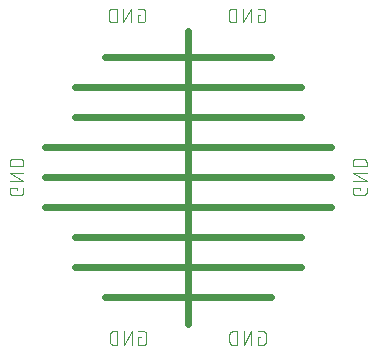
<source format=gbr>
G04 EAGLE Gerber RS-274X export*
G75*
%MOMM*%
%FSLAX34Y34*%
%LPD*%
%INSilkscreen Bottom*%
%IPPOS*%
%AMOC8*
5,1,8,0,0,1.08239X$1,22.5*%
G01*
%ADD10C,0.101600*%
%ADD11C,0.609600*%


D10*
X407088Y483471D02*
X405140Y483471D01*
X405140Y476980D01*
X409035Y476980D01*
X409134Y476982D01*
X409234Y476988D01*
X409333Y476997D01*
X409431Y477010D01*
X409529Y477027D01*
X409627Y477048D01*
X409723Y477073D01*
X409818Y477101D01*
X409912Y477133D01*
X410005Y477168D01*
X410097Y477207D01*
X410187Y477250D01*
X410275Y477295D01*
X410362Y477345D01*
X410446Y477397D01*
X410529Y477453D01*
X410609Y477511D01*
X410687Y477573D01*
X410762Y477638D01*
X410835Y477706D01*
X410905Y477776D01*
X410973Y477849D01*
X411038Y477924D01*
X411100Y478002D01*
X411158Y478082D01*
X411214Y478165D01*
X411266Y478249D01*
X411316Y478336D01*
X411361Y478424D01*
X411404Y478514D01*
X411443Y478606D01*
X411478Y478699D01*
X411510Y478793D01*
X411538Y478888D01*
X411563Y478984D01*
X411584Y479082D01*
X411601Y479180D01*
X411614Y479278D01*
X411623Y479377D01*
X411629Y479477D01*
X411631Y479576D01*
X411632Y479576D02*
X411632Y486068D01*
X411631Y486068D02*
X411629Y486167D01*
X411623Y486267D01*
X411614Y486366D01*
X411601Y486464D01*
X411584Y486562D01*
X411563Y486660D01*
X411538Y486756D01*
X411510Y486851D01*
X411478Y486945D01*
X411443Y487038D01*
X411404Y487130D01*
X411361Y487220D01*
X411316Y487308D01*
X411266Y487395D01*
X411214Y487479D01*
X411158Y487562D01*
X411100Y487642D01*
X411038Y487720D01*
X410973Y487795D01*
X410905Y487868D01*
X410835Y487938D01*
X410762Y488006D01*
X410687Y488071D01*
X410609Y488133D01*
X410529Y488191D01*
X410446Y488247D01*
X410362Y488299D01*
X410275Y488349D01*
X410187Y488394D01*
X410097Y488437D01*
X410005Y488476D01*
X409912Y488511D01*
X409818Y488543D01*
X409723Y488571D01*
X409627Y488596D01*
X409529Y488617D01*
X409431Y488634D01*
X409333Y488647D01*
X409234Y488656D01*
X409134Y488662D01*
X409035Y488664D01*
X405140Y488664D01*
X399440Y488664D02*
X399440Y476980D01*
X392948Y476980D02*
X399440Y488664D01*
X392948Y488664D02*
X392948Y476980D01*
X387248Y476980D02*
X387248Y488664D01*
X384002Y488664D01*
X383889Y488662D01*
X383776Y488656D01*
X383663Y488646D01*
X383550Y488632D01*
X383438Y488615D01*
X383327Y488593D01*
X383217Y488568D01*
X383107Y488538D01*
X382999Y488505D01*
X382892Y488468D01*
X382786Y488428D01*
X382682Y488383D01*
X382579Y488335D01*
X382478Y488284D01*
X382379Y488229D01*
X382282Y488171D01*
X382187Y488109D01*
X382094Y488044D01*
X382004Y487976D01*
X381916Y487905D01*
X381830Y487830D01*
X381747Y487753D01*
X381667Y487673D01*
X381590Y487590D01*
X381515Y487504D01*
X381444Y487416D01*
X381376Y487326D01*
X381311Y487233D01*
X381249Y487138D01*
X381191Y487041D01*
X381136Y486942D01*
X381085Y486841D01*
X381037Y486738D01*
X380992Y486634D01*
X380952Y486528D01*
X380915Y486421D01*
X380882Y486313D01*
X380852Y486203D01*
X380827Y486093D01*
X380805Y485982D01*
X380788Y485870D01*
X380774Y485757D01*
X380764Y485644D01*
X380758Y485531D01*
X380756Y485418D01*
X380756Y480226D01*
X380758Y480113D01*
X380764Y480000D01*
X380774Y479887D01*
X380788Y479774D01*
X380805Y479662D01*
X380827Y479551D01*
X380852Y479441D01*
X380882Y479331D01*
X380915Y479223D01*
X380952Y479116D01*
X380992Y479010D01*
X381037Y478906D01*
X381085Y478803D01*
X381136Y478702D01*
X381191Y478603D01*
X381249Y478506D01*
X381311Y478411D01*
X381376Y478318D01*
X381444Y478228D01*
X381515Y478140D01*
X381590Y478054D01*
X381667Y477971D01*
X381747Y477891D01*
X381830Y477814D01*
X381916Y477739D01*
X382004Y477668D01*
X382094Y477600D01*
X382187Y477535D01*
X382282Y477473D01*
X382379Y477415D01*
X382478Y477360D01*
X382579Y477309D01*
X382682Y477261D01*
X382786Y477216D01*
X382892Y477176D01*
X382999Y477139D01*
X383107Y477106D01*
X383217Y477076D01*
X383327Y477051D01*
X383438Y477029D01*
X383550Y477012D01*
X383663Y476998D01*
X383776Y476988D01*
X383889Y476982D01*
X384002Y476980D01*
X387248Y476980D01*
X405648Y210451D02*
X407596Y210451D01*
X405648Y210451D02*
X405648Y203960D01*
X409543Y203960D01*
X409642Y203962D01*
X409742Y203968D01*
X409841Y203977D01*
X409939Y203990D01*
X410037Y204007D01*
X410135Y204028D01*
X410231Y204053D01*
X410326Y204081D01*
X410420Y204113D01*
X410513Y204148D01*
X410605Y204187D01*
X410695Y204230D01*
X410783Y204275D01*
X410870Y204325D01*
X410954Y204377D01*
X411037Y204433D01*
X411117Y204491D01*
X411195Y204553D01*
X411270Y204618D01*
X411343Y204686D01*
X411413Y204756D01*
X411481Y204829D01*
X411546Y204904D01*
X411608Y204982D01*
X411666Y205062D01*
X411722Y205145D01*
X411774Y205229D01*
X411824Y205316D01*
X411869Y205404D01*
X411912Y205494D01*
X411951Y205586D01*
X411986Y205679D01*
X412018Y205773D01*
X412046Y205868D01*
X412071Y205964D01*
X412092Y206062D01*
X412109Y206160D01*
X412122Y206258D01*
X412131Y206357D01*
X412137Y206457D01*
X412139Y206556D01*
X412140Y206556D02*
X412140Y213048D01*
X412139Y213048D02*
X412137Y213147D01*
X412131Y213247D01*
X412122Y213346D01*
X412109Y213444D01*
X412092Y213542D01*
X412071Y213640D01*
X412046Y213736D01*
X412018Y213831D01*
X411986Y213925D01*
X411951Y214018D01*
X411912Y214110D01*
X411869Y214200D01*
X411824Y214288D01*
X411774Y214375D01*
X411722Y214459D01*
X411666Y214542D01*
X411608Y214622D01*
X411546Y214700D01*
X411481Y214775D01*
X411413Y214848D01*
X411343Y214918D01*
X411270Y214986D01*
X411195Y215051D01*
X411117Y215113D01*
X411037Y215171D01*
X410954Y215227D01*
X410870Y215279D01*
X410783Y215329D01*
X410695Y215374D01*
X410605Y215417D01*
X410513Y215456D01*
X410420Y215491D01*
X410326Y215523D01*
X410231Y215551D01*
X410135Y215576D01*
X410037Y215597D01*
X409939Y215614D01*
X409841Y215627D01*
X409742Y215636D01*
X409642Y215642D01*
X409543Y215644D01*
X405648Y215644D01*
X399948Y215644D02*
X399948Y203960D01*
X393456Y203960D02*
X399948Y215644D01*
X393456Y215644D02*
X393456Y203960D01*
X387756Y203960D02*
X387756Y215644D01*
X384510Y215644D01*
X384397Y215642D01*
X384284Y215636D01*
X384171Y215626D01*
X384058Y215612D01*
X383946Y215595D01*
X383835Y215573D01*
X383725Y215548D01*
X383615Y215518D01*
X383507Y215485D01*
X383400Y215448D01*
X383294Y215408D01*
X383190Y215363D01*
X383087Y215315D01*
X382986Y215264D01*
X382887Y215209D01*
X382790Y215151D01*
X382695Y215089D01*
X382602Y215024D01*
X382512Y214956D01*
X382424Y214885D01*
X382338Y214810D01*
X382255Y214733D01*
X382175Y214653D01*
X382098Y214570D01*
X382023Y214484D01*
X381952Y214396D01*
X381884Y214306D01*
X381819Y214213D01*
X381757Y214118D01*
X381699Y214021D01*
X381644Y213922D01*
X381593Y213821D01*
X381545Y213718D01*
X381500Y213614D01*
X381460Y213508D01*
X381423Y213401D01*
X381390Y213293D01*
X381360Y213183D01*
X381335Y213073D01*
X381313Y212962D01*
X381296Y212850D01*
X381282Y212737D01*
X381272Y212624D01*
X381266Y212511D01*
X381264Y212398D01*
X381264Y207206D01*
X381266Y207093D01*
X381272Y206980D01*
X381282Y206867D01*
X381296Y206754D01*
X381313Y206642D01*
X381335Y206531D01*
X381360Y206421D01*
X381390Y206311D01*
X381423Y206203D01*
X381460Y206096D01*
X381500Y205990D01*
X381545Y205886D01*
X381593Y205783D01*
X381644Y205682D01*
X381699Y205583D01*
X381757Y205486D01*
X381819Y205391D01*
X381884Y205298D01*
X381952Y205208D01*
X382023Y205120D01*
X382098Y205034D01*
X382175Y204951D01*
X382255Y204871D01*
X382338Y204794D01*
X382424Y204719D01*
X382512Y204648D01*
X382602Y204580D01*
X382695Y204515D01*
X382790Y204453D01*
X382887Y204395D01*
X382986Y204340D01*
X383087Y204289D01*
X383190Y204241D01*
X383294Y204196D01*
X383400Y204156D01*
X383507Y204119D01*
X383615Y204086D01*
X383725Y204056D01*
X383835Y204031D01*
X383946Y204009D01*
X384058Y203992D01*
X384171Y203978D01*
X384284Y203968D01*
X384397Y203962D01*
X384510Y203960D01*
X387756Y203960D01*
X201649Y335306D02*
X201649Y337254D01*
X195158Y337254D01*
X195158Y333359D01*
X195160Y333260D01*
X195166Y333160D01*
X195175Y333061D01*
X195188Y332963D01*
X195205Y332865D01*
X195226Y332767D01*
X195251Y332671D01*
X195279Y332576D01*
X195311Y332482D01*
X195346Y332389D01*
X195385Y332297D01*
X195428Y332207D01*
X195473Y332119D01*
X195523Y332032D01*
X195575Y331948D01*
X195631Y331865D01*
X195689Y331785D01*
X195751Y331707D01*
X195816Y331632D01*
X195884Y331559D01*
X195954Y331489D01*
X196027Y331421D01*
X196102Y331356D01*
X196180Y331294D01*
X196260Y331236D01*
X196343Y331180D01*
X196427Y331128D01*
X196514Y331078D01*
X196602Y331033D01*
X196692Y330990D01*
X196784Y330951D01*
X196877Y330916D01*
X196971Y330884D01*
X197066Y330856D01*
X197162Y330831D01*
X197260Y330810D01*
X197358Y330793D01*
X197456Y330780D01*
X197555Y330771D01*
X197655Y330765D01*
X197754Y330763D01*
X204246Y330763D01*
X204345Y330765D01*
X204445Y330771D01*
X204544Y330780D01*
X204642Y330793D01*
X204740Y330810D01*
X204838Y330831D01*
X204934Y330856D01*
X205029Y330884D01*
X205123Y330916D01*
X205216Y330951D01*
X205308Y330990D01*
X205398Y331033D01*
X205486Y331078D01*
X205573Y331128D01*
X205657Y331180D01*
X205740Y331236D01*
X205820Y331294D01*
X205898Y331356D01*
X205973Y331421D01*
X206046Y331489D01*
X206116Y331559D01*
X206184Y331632D01*
X206249Y331707D01*
X206311Y331785D01*
X206369Y331865D01*
X206425Y331948D01*
X206477Y332032D01*
X206527Y332119D01*
X206572Y332207D01*
X206615Y332297D01*
X206654Y332389D01*
X206689Y332481D01*
X206721Y332576D01*
X206749Y332671D01*
X206774Y332767D01*
X206795Y332865D01*
X206812Y332963D01*
X206825Y333061D01*
X206834Y333160D01*
X206840Y333260D01*
X206842Y333359D01*
X206842Y337254D01*
X206842Y342954D02*
X195158Y342954D01*
X195158Y349446D02*
X206842Y342954D01*
X206842Y349446D02*
X195158Y349446D01*
X195158Y355146D02*
X206842Y355146D01*
X206842Y358392D01*
X206840Y358505D01*
X206834Y358618D01*
X206824Y358731D01*
X206810Y358844D01*
X206793Y358956D01*
X206771Y359067D01*
X206746Y359177D01*
X206716Y359287D01*
X206683Y359395D01*
X206646Y359502D01*
X206606Y359608D01*
X206561Y359712D01*
X206513Y359815D01*
X206462Y359916D01*
X206407Y360015D01*
X206349Y360112D01*
X206287Y360207D01*
X206222Y360300D01*
X206154Y360390D01*
X206083Y360478D01*
X206008Y360564D01*
X205931Y360647D01*
X205851Y360727D01*
X205768Y360804D01*
X205682Y360879D01*
X205594Y360950D01*
X205504Y361018D01*
X205411Y361083D01*
X205316Y361145D01*
X205219Y361203D01*
X205120Y361258D01*
X205019Y361309D01*
X204916Y361357D01*
X204812Y361402D01*
X204706Y361442D01*
X204599Y361479D01*
X204491Y361512D01*
X204381Y361542D01*
X204271Y361567D01*
X204160Y361589D01*
X204048Y361606D01*
X203935Y361620D01*
X203822Y361630D01*
X203709Y361636D01*
X203596Y361638D01*
X198404Y361638D01*
X198291Y361636D01*
X198178Y361630D01*
X198065Y361620D01*
X197952Y361606D01*
X197840Y361589D01*
X197729Y361567D01*
X197619Y361542D01*
X197509Y361512D01*
X197401Y361479D01*
X197294Y361442D01*
X197188Y361402D01*
X197084Y361357D01*
X196981Y361309D01*
X196880Y361258D01*
X196781Y361203D01*
X196684Y361145D01*
X196589Y361083D01*
X196496Y361018D01*
X196406Y360950D01*
X196318Y360879D01*
X196232Y360804D01*
X196149Y360727D01*
X196069Y360647D01*
X195992Y360564D01*
X195917Y360478D01*
X195846Y360390D01*
X195778Y360300D01*
X195713Y360207D01*
X195651Y360112D01*
X195593Y360015D01*
X195538Y359916D01*
X195487Y359815D01*
X195439Y359712D01*
X195394Y359608D01*
X195354Y359502D01*
X195317Y359395D01*
X195284Y359287D01*
X195254Y359177D01*
X195229Y359067D01*
X195207Y358956D01*
X195190Y358844D01*
X195176Y358731D01*
X195166Y358618D01*
X195160Y358505D01*
X195158Y358392D01*
X195158Y355146D01*
X303628Y483471D02*
X305576Y483471D01*
X303628Y483471D02*
X303628Y476980D01*
X307523Y476980D01*
X307622Y476982D01*
X307722Y476988D01*
X307821Y476997D01*
X307919Y477010D01*
X308017Y477027D01*
X308115Y477048D01*
X308211Y477073D01*
X308306Y477101D01*
X308400Y477133D01*
X308493Y477168D01*
X308585Y477207D01*
X308675Y477250D01*
X308763Y477295D01*
X308850Y477345D01*
X308934Y477397D01*
X309017Y477453D01*
X309097Y477511D01*
X309175Y477573D01*
X309250Y477638D01*
X309323Y477706D01*
X309393Y477776D01*
X309461Y477849D01*
X309526Y477924D01*
X309588Y478002D01*
X309646Y478082D01*
X309702Y478165D01*
X309754Y478249D01*
X309804Y478336D01*
X309849Y478424D01*
X309892Y478514D01*
X309931Y478606D01*
X309966Y478699D01*
X309998Y478793D01*
X310026Y478888D01*
X310051Y478984D01*
X310072Y479082D01*
X310089Y479180D01*
X310102Y479278D01*
X310111Y479377D01*
X310117Y479477D01*
X310119Y479576D01*
X310120Y479576D02*
X310120Y486068D01*
X310119Y486068D02*
X310117Y486167D01*
X310111Y486267D01*
X310102Y486366D01*
X310089Y486464D01*
X310072Y486562D01*
X310051Y486660D01*
X310026Y486756D01*
X309998Y486851D01*
X309966Y486945D01*
X309931Y487038D01*
X309892Y487130D01*
X309849Y487220D01*
X309804Y487308D01*
X309754Y487395D01*
X309702Y487479D01*
X309646Y487562D01*
X309588Y487642D01*
X309526Y487720D01*
X309461Y487795D01*
X309393Y487868D01*
X309323Y487938D01*
X309250Y488006D01*
X309175Y488071D01*
X309097Y488133D01*
X309017Y488191D01*
X308934Y488247D01*
X308850Y488299D01*
X308763Y488349D01*
X308675Y488394D01*
X308585Y488437D01*
X308493Y488476D01*
X308400Y488511D01*
X308306Y488543D01*
X308211Y488571D01*
X308115Y488596D01*
X308017Y488617D01*
X307919Y488634D01*
X307821Y488647D01*
X307722Y488656D01*
X307622Y488662D01*
X307523Y488664D01*
X303628Y488664D01*
X297928Y488664D02*
X297928Y476980D01*
X291436Y476980D02*
X297928Y488664D01*
X291436Y488664D02*
X291436Y476980D01*
X285736Y476980D02*
X285736Y488664D01*
X282490Y488664D01*
X282377Y488662D01*
X282264Y488656D01*
X282151Y488646D01*
X282038Y488632D01*
X281926Y488615D01*
X281815Y488593D01*
X281705Y488568D01*
X281595Y488538D01*
X281487Y488505D01*
X281380Y488468D01*
X281274Y488428D01*
X281170Y488383D01*
X281067Y488335D01*
X280966Y488284D01*
X280867Y488229D01*
X280770Y488171D01*
X280675Y488109D01*
X280582Y488044D01*
X280492Y487976D01*
X280404Y487905D01*
X280318Y487830D01*
X280235Y487753D01*
X280155Y487673D01*
X280078Y487590D01*
X280003Y487504D01*
X279932Y487416D01*
X279864Y487326D01*
X279799Y487233D01*
X279737Y487138D01*
X279679Y487041D01*
X279624Y486942D01*
X279573Y486841D01*
X279525Y486738D01*
X279480Y486634D01*
X279440Y486528D01*
X279403Y486421D01*
X279370Y486313D01*
X279340Y486203D01*
X279315Y486093D01*
X279293Y485982D01*
X279276Y485870D01*
X279262Y485757D01*
X279252Y485644D01*
X279246Y485531D01*
X279244Y485418D01*
X279244Y480226D01*
X279246Y480113D01*
X279252Y480000D01*
X279262Y479887D01*
X279276Y479774D01*
X279293Y479662D01*
X279315Y479551D01*
X279340Y479441D01*
X279370Y479331D01*
X279403Y479223D01*
X279440Y479116D01*
X279480Y479010D01*
X279525Y478906D01*
X279573Y478803D01*
X279624Y478702D01*
X279679Y478603D01*
X279737Y478506D01*
X279799Y478411D01*
X279864Y478318D01*
X279932Y478228D01*
X280003Y478140D01*
X280078Y478054D01*
X280155Y477971D01*
X280235Y477891D01*
X280318Y477814D01*
X280404Y477739D01*
X280492Y477668D01*
X280582Y477600D01*
X280675Y477535D01*
X280770Y477473D01*
X280867Y477415D01*
X280966Y477360D01*
X281067Y477309D01*
X281170Y477261D01*
X281274Y477216D01*
X281380Y477176D01*
X281487Y477139D01*
X281595Y477106D01*
X281705Y477076D01*
X281815Y477051D01*
X281926Y477029D01*
X282038Y477012D01*
X282151Y476998D01*
X282264Y476988D01*
X282377Y476982D01*
X282490Y476980D01*
X285736Y476980D01*
X304302Y210451D02*
X306250Y210451D01*
X304302Y210451D02*
X304302Y203960D01*
X308197Y203960D01*
X308296Y203962D01*
X308396Y203968D01*
X308495Y203977D01*
X308593Y203990D01*
X308691Y204007D01*
X308789Y204028D01*
X308885Y204053D01*
X308980Y204081D01*
X309074Y204113D01*
X309167Y204148D01*
X309259Y204187D01*
X309349Y204230D01*
X309437Y204275D01*
X309524Y204325D01*
X309608Y204377D01*
X309691Y204433D01*
X309771Y204491D01*
X309849Y204553D01*
X309924Y204618D01*
X309997Y204686D01*
X310067Y204756D01*
X310135Y204829D01*
X310200Y204904D01*
X310262Y204982D01*
X310320Y205062D01*
X310376Y205145D01*
X310428Y205229D01*
X310478Y205316D01*
X310523Y205404D01*
X310566Y205494D01*
X310605Y205586D01*
X310640Y205679D01*
X310672Y205773D01*
X310700Y205868D01*
X310725Y205964D01*
X310746Y206062D01*
X310763Y206160D01*
X310776Y206258D01*
X310785Y206357D01*
X310791Y206457D01*
X310793Y206556D01*
X310794Y206556D02*
X310794Y213048D01*
X310793Y213048D02*
X310791Y213147D01*
X310785Y213247D01*
X310776Y213346D01*
X310763Y213444D01*
X310746Y213542D01*
X310725Y213640D01*
X310700Y213736D01*
X310672Y213831D01*
X310640Y213925D01*
X310605Y214018D01*
X310566Y214110D01*
X310523Y214200D01*
X310478Y214288D01*
X310428Y214375D01*
X310376Y214459D01*
X310320Y214542D01*
X310262Y214622D01*
X310200Y214700D01*
X310135Y214775D01*
X310067Y214848D01*
X309997Y214918D01*
X309924Y214986D01*
X309849Y215051D01*
X309771Y215113D01*
X309691Y215171D01*
X309608Y215227D01*
X309524Y215279D01*
X309437Y215329D01*
X309349Y215374D01*
X309259Y215417D01*
X309167Y215456D01*
X309074Y215491D01*
X308980Y215523D01*
X308885Y215551D01*
X308789Y215576D01*
X308691Y215597D01*
X308593Y215614D01*
X308495Y215627D01*
X308396Y215636D01*
X308296Y215642D01*
X308197Y215644D01*
X304302Y215644D01*
X298602Y215644D02*
X298602Y203960D01*
X292110Y203960D02*
X298602Y215644D01*
X292110Y215644D02*
X292110Y203960D01*
X286410Y203960D02*
X286410Y215644D01*
X283164Y215644D01*
X283051Y215642D01*
X282938Y215636D01*
X282825Y215626D01*
X282712Y215612D01*
X282600Y215595D01*
X282489Y215573D01*
X282379Y215548D01*
X282269Y215518D01*
X282161Y215485D01*
X282054Y215448D01*
X281948Y215408D01*
X281844Y215363D01*
X281741Y215315D01*
X281640Y215264D01*
X281541Y215209D01*
X281444Y215151D01*
X281349Y215089D01*
X281256Y215024D01*
X281166Y214956D01*
X281078Y214885D01*
X280992Y214810D01*
X280909Y214733D01*
X280829Y214653D01*
X280752Y214570D01*
X280677Y214484D01*
X280606Y214396D01*
X280538Y214306D01*
X280473Y214213D01*
X280411Y214118D01*
X280353Y214021D01*
X280298Y213922D01*
X280247Y213821D01*
X280199Y213718D01*
X280154Y213614D01*
X280114Y213508D01*
X280077Y213401D01*
X280044Y213293D01*
X280014Y213183D01*
X279989Y213073D01*
X279967Y212962D01*
X279950Y212850D01*
X279936Y212737D01*
X279926Y212624D01*
X279920Y212511D01*
X279918Y212398D01*
X279918Y207206D01*
X279920Y207093D01*
X279926Y206980D01*
X279936Y206867D01*
X279950Y206754D01*
X279967Y206642D01*
X279989Y206531D01*
X280014Y206421D01*
X280044Y206311D01*
X280077Y206203D01*
X280114Y206096D01*
X280154Y205990D01*
X280199Y205886D01*
X280247Y205783D01*
X280298Y205682D01*
X280353Y205583D01*
X280411Y205486D01*
X280473Y205391D01*
X280538Y205298D01*
X280606Y205208D01*
X280677Y205120D01*
X280752Y205034D01*
X280829Y204951D01*
X280909Y204871D01*
X280992Y204794D01*
X281078Y204719D01*
X281166Y204648D01*
X281256Y204580D01*
X281349Y204515D01*
X281444Y204453D01*
X281541Y204395D01*
X281640Y204340D01*
X281741Y204289D01*
X281844Y204241D01*
X281948Y204196D01*
X282054Y204156D01*
X282161Y204119D01*
X282269Y204086D01*
X282379Y204056D01*
X282489Y204031D01*
X282600Y204009D01*
X282712Y203992D01*
X282825Y203978D01*
X282938Y203968D01*
X283051Y203962D01*
X283164Y203960D01*
X286410Y203960D01*
D11*
X275590Y244602D02*
X416560Y244602D01*
X441960Y270002D02*
X250190Y270002D01*
X250190Y295402D02*
X441960Y295402D01*
X467360Y320802D02*
X224790Y320802D01*
X224790Y346202D02*
X467360Y346202D01*
X467360Y371602D02*
X224790Y371602D01*
X250190Y397002D02*
X441960Y397002D01*
X441960Y422402D02*
X250190Y422402D01*
X275590Y447802D02*
X416560Y447802D01*
X346202Y469900D02*
X346202Y221996D01*
D10*
X492225Y335306D02*
X492225Y337254D01*
X485734Y337254D01*
X485734Y333359D01*
X485736Y333260D01*
X485742Y333160D01*
X485751Y333061D01*
X485764Y332963D01*
X485781Y332865D01*
X485802Y332767D01*
X485827Y332671D01*
X485855Y332576D01*
X485887Y332482D01*
X485922Y332389D01*
X485961Y332297D01*
X486004Y332207D01*
X486049Y332119D01*
X486099Y332032D01*
X486151Y331948D01*
X486207Y331865D01*
X486265Y331785D01*
X486327Y331707D01*
X486392Y331632D01*
X486460Y331559D01*
X486530Y331489D01*
X486603Y331421D01*
X486678Y331356D01*
X486756Y331294D01*
X486836Y331236D01*
X486919Y331180D01*
X487003Y331128D01*
X487090Y331078D01*
X487178Y331033D01*
X487268Y330990D01*
X487360Y330951D01*
X487453Y330916D01*
X487547Y330884D01*
X487642Y330856D01*
X487738Y330831D01*
X487836Y330810D01*
X487934Y330793D01*
X488032Y330780D01*
X488131Y330771D01*
X488231Y330765D01*
X488330Y330763D01*
X494822Y330763D01*
X494921Y330765D01*
X495021Y330771D01*
X495120Y330780D01*
X495218Y330793D01*
X495316Y330810D01*
X495414Y330831D01*
X495510Y330856D01*
X495605Y330884D01*
X495699Y330916D01*
X495792Y330951D01*
X495884Y330990D01*
X495974Y331033D01*
X496062Y331078D01*
X496149Y331128D01*
X496233Y331180D01*
X496316Y331236D01*
X496396Y331294D01*
X496474Y331356D01*
X496549Y331421D01*
X496622Y331489D01*
X496692Y331559D01*
X496760Y331632D01*
X496825Y331707D01*
X496887Y331785D01*
X496945Y331865D01*
X497001Y331948D01*
X497053Y332032D01*
X497103Y332119D01*
X497148Y332207D01*
X497191Y332297D01*
X497230Y332389D01*
X497265Y332481D01*
X497297Y332576D01*
X497325Y332671D01*
X497350Y332767D01*
X497371Y332865D01*
X497388Y332963D01*
X497401Y333061D01*
X497410Y333160D01*
X497416Y333260D01*
X497418Y333359D01*
X497418Y337254D01*
X497418Y342954D02*
X485734Y342954D01*
X485734Y349446D02*
X497418Y342954D01*
X497418Y349446D02*
X485734Y349446D01*
X485734Y355146D02*
X497418Y355146D01*
X497418Y358392D01*
X497416Y358505D01*
X497410Y358618D01*
X497400Y358731D01*
X497386Y358844D01*
X497369Y358956D01*
X497347Y359067D01*
X497322Y359177D01*
X497292Y359287D01*
X497259Y359395D01*
X497222Y359502D01*
X497182Y359608D01*
X497137Y359712D01*
X497089Y359815D01*
X497038Y359916D01*
X496983Y360015D01*
X496925Y360112D01*
X496863Y360207D01*
X496798Y360300D01*
X496730Y360390D01*
X496659Y360478D01*
X496584Y360564D01*
X496507Y360647D01*
X496427Y360727D01*
X496344Y360804D01*
X496258Y360879D01*
X496170Y360950D01*
X496080Y361018D01*
X495987Y361083D01*
X495892Y361145D01*
X495795Y361203D01*
X495696Y361258D01*
X495595Y361309D01*
X495492Y361357D01*
X495388Y361402D01*
X495282Y361442D01*
X495175Y361479D01*
X495067Y361512D01*
X494957Y361542D01*
X494847Y361567D01*
X494736Y361589D01*
X494624Y361606D01*
X494511Y361620D01*
X494398Y361630D01*
X494285Y361636D01*
X494172Y361638D01*
X488980Y361638D01*
X488867Y361636D01*
X488754Y361630D01*
X488641Y361620D01*
X488528Y361606D01*
X488416Y361589D01*
X488305Y361567D01*
X488195Y361542D01*
X488085Y361512D01*
X487977Y361479D01*
X487870Y361442D01*
X487764Y361402D01*
X487660Y361357D01*
X487557Y361309D01*
X487456Y361258D01*
X487357Y361203D01*
X487260Y361145D01*
X487165Y361083D01*
X487072Y361018D01*
X486982Y360950D01*
X486894Y360879D01*
X486808Y360804D01*
X486725Y360727D01*
X486645Y360647D01*
X486568Y360564D01*
X486493Y360478D01*
X486422Y360390D01*
X486354Y360300D01*
X486289Y360207D01*
X486227Y360112D01*
X486169Y360015D01*
X486114Y359916D01*
X486063Y359815D01*
X486015Y359712D01*
X485970Y359608D01*
X485930Y359502D01*
X485893Y359395D01*
X485860Y359287D01*
X485830Y359177D01*
X485805Y359067D01*
X485783Y358956D01*
X485766Y358844D01*
X485752Y358731D01*
X485742Y358618D01*
X485736Y358505D01*
X485734Y358392D01*
X485734Y355146D01*
M02*

</source>
